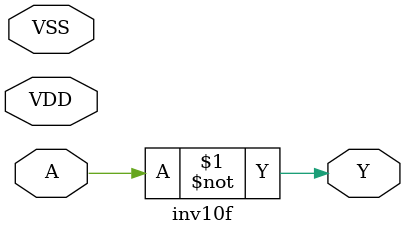
<source format=v>


module inv10f ( Y, VSS, VDD, A );

  input A;
  output Y;
  inout VDD;
  inout VSS;
  assign Y = ~A;
endmodule

</source>
